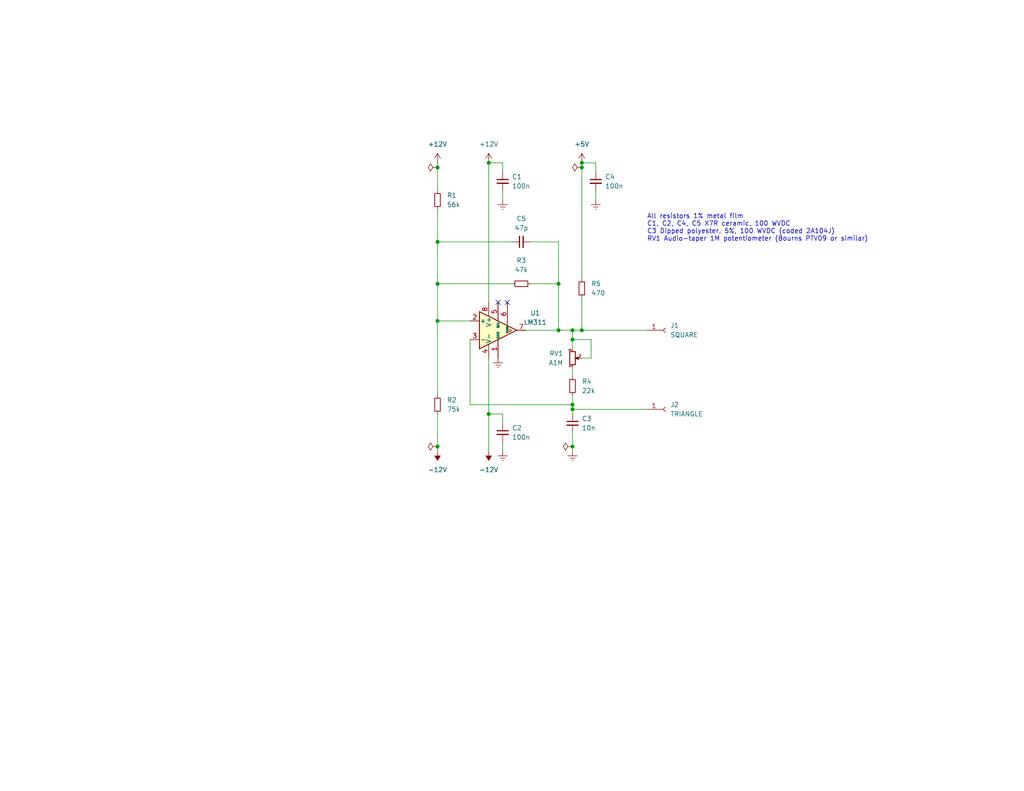
<source format=kicad_sch>
(kicad_sch (version 20211123) (generator eeschema)
  (paper "USLetter")
  (title_block (title "LM311 Schmitt Trigger Oscillator") (date "2024-03-17") (rev "B") (company "Kludges from Kevin's Cave") (comment 1 "Rev B: Component values RV1, R4, R5, C3 adjusted"))
  (lib_symbols
    (symbol "Comparator:LM311" (pin_names (offset 0.127))
      (property "Reference" "U" (at 3.81 6.35 0))
      (property "Value" "LM311" (at 3.81 3.81 0))
      (symbol "LM311_0_1"
        (polyline (pts (xy 5.08 0) (xy -5.08 5.08) (xy -5.08 -5.08) (xy 5.08 0)) (stroke (width 0.254)) (fill (type background)))
        (polyline (pts (xy 3.683 -0.381) (xy 3.302 -0.381) (xy 3.683 0) (xy 3.302 0.381) (xy 2.921 0) (xy 3.302 -0.381) (xy 2.921 -0.381)) (stroke (width 0.127)))
      )
      (symbol "LM311_1_1"
        (pin passive line (at 0 -7.62 90) (length 5.08) (name "GND") (number "1"))
        (pin input line (at -7.62 2.54 0) (length 2.54) (name "+") (number "2"))
        (pin input line (at -7.62 -2.54 0) (length 2.54) (name "-") (number "3"))
        (pin power_in line (at -2.54 -7.62 90) (length 3.81) (name "V-") (number "4"))
        (pin input line (at 0 7.62 270) (length 5.08) (name "BAL") (number "5"))
        (pin input line (at 2.54 7.62 270) (length 6.35) (name "STRB") (number "6"))
        (pin open_collector line (at 7.62 0 180) (length 2.54) (name "~") (number "7"))
        (pin power_in line (at -2.54 7.62 270) (length 3.81) (name "V+") (number "8"))
      )
    )
    (symbol "Connector:Conn_01x01_Female" (pin_names (offset 1.016) hide)
      (property "Reference" "J" (at 0 2.54 0))
      (property "Value" "Conn_01x01_Female" (at 0 -2.54 0))
      (symbol "Conn_01x01_Female_1_1"
        (polyline (pts (xy -1.27 0) (xy -0.508 0)) (stroke (width 0.1524)))
        (arc (start 0 0.508) (mid -0.508 0) (end 0 -0.508) (stroke (width 0.1524)))
        (pin passive line (at -5.08 0 0) (length 3.81) (name "Pin_1") (number "1"))
      )
    )
    (symbol "Device:C_Small" (pin_numbers hide) (pin_names (offset 0.254) hide)
      (property "Reference" "C" (at 0.254 1.778 0))
      (property "Value" "C_Small" (at 0.254 -2.032 0))
      (symbol "C_Small_0_1"
        (polyline (pts (xy -1.524 -0.508) (xy 1.524 -0.508)) (stroke (width 0.3302)))
        (polyline (pts (xy -1.524 0.508) (xy 1.524 0.508)) (stroke (width 0.3048)))
      )
      (symbol "C_Small_1_1"
        (pin passive line (at 0 2.54 270) (length 2.032) (name "~") (number "1"))
        (pin passive line (at 0 -2.54 90) (length 2.032) (name "~") (number "2"))
      )
    )
    (symbol "Device:R_Potentiometer_Small" (pin_names (offset 1.016) hide)
      (property "Reference" "RV" (at -4.445 0 90))
      (property "Value" "R_Potentiometer_Small" (at -2.54 0 90))
      (symbol "R_Potentiometer_Small_0_1"
        (polyline (pts (xy 0.889 0) (xy 0.635 0) (xy 1.651 0.381) (xy 1.651 -0.381) (xy 0.635 0) (xy 0.889 0)) (fill (type outline)))
        (rectangle (start 0.762 1.8034) (end -0.762 -1.8034) (stroke (width 0.254)))
      )
      (symbol "R_Potentiometer_Small_1_1"
        (pin passive line (at 0 2.54 270) (length 0.635) (name "1") (number "1"))
        (pin passive line (at 2.54 0 180) (length 0.9906) (name "2") (number "2"))
        (pin passive line (at 0 -2.54 90) (length 0.635) (name "3") (number "3"))
      )
    )
    (symbol "Device:R_Small" (pin_numbers hide) (pin_names (offset 0.254) hide)
      (property "Reference" "R" (at 0.762 0.508 0))
      (property "Value" "R_Small" (at 0.762 -1.016 0))
      (symbol "R_Small_0_1"
        (rectangle (start -0.762 1.778) (end 0.762 -1.778) (stroke (width 0.2032)))
      )
      (symbol "R_Small_1_1"
        (pin passive line (at 0 2.54 270) (length 0.762) (name "~") (number "1"))
        (pin passive line (at 0 -2.54 90) (length 0.762) (name "~") (number "2"))
      )
    )
    (symbol "power:+12V" (power) (pin_names (offset 0))
      (property "Value" "+12V" (at 0 3.556 0))
      (symbol "+12V_0_1"
        (polyline (pts (xy -0.762 1.27) (xy 0 2.54)))
        (polyline (pts (xy 0 0) (xy 0 2.54)))
        (polyline (pts (xy 0 2.54) (xy 0.762 1.27)))
      )
      (symbol "+12V_1_1"
        (pin power_in line (at 0 0 90) (length 0) hide (name "+12V") (number "1"))
      )
    )
    (symbol "power:+5V" (power) (pin_names (offset 0))
      (property "Value" "+5V" (at 0 3.556 0))
      (symbol "+5V_0_1"
        (polyline (pts (xy -0.762 1.27) (xy 0 2.54)))
        (polyline (pts (xy 0 0) (xy 0 2.54)))
        (polyline (pts (xy 0 2.54) (xy 0.762 1.27)))
      )
      (symbol "+5V_1_1"
        (pin power_in line (at 0 0 90) (length 0) hide (name "+5V") (number "1"))
      )
    )
    (symbol "power:-12V" (power) (pin_names (offset 0))
      (property "Value" "-12V" (at 0 3.81 0))
      (symbol "-12V_0_0"
        (pin power_in line (at 0 0 90) (length 0) hide (name "-12V") (number "1"))
      )
      (symbol "-12V_0_1"
        (polyline (pts (xy 0 0) (xy 0 1.27) (xy 0.762 1.27) (xy 0 2.54) (xy -0.762 1.27) (xy 0 1.27)) (fill (type outline)))
      )
    )
    (symbol "power:Earth" (power) (pin_names (offset 0))
      (symbol "Earth_0_1"
        (polyline (pts (xy -0.635 -1.905) (xy 0.635 -1.905)))
        (polyline (pts (xy -0.127 -2.54) (xy 0.127 -2.54)))
        (polyline (pts (xy 0 -1.27) (xy 0 0)))
        (polyline (pts (xy 1.27 -1.27) (xy -1.27 -1.27)))
      )
      (symbol "Earth_1_1"
        (pin power_in line (at 0 0 270) (length 0) hide (name "Earth") (number "1"))
      )
    )
    (symbol "power:PWR_FLAG" (power) (pin_numbers hide) (pin_names (offset 0) hide)
      (property "Value" "PWR_FLAG" (at 0 3.81 0))
      (symbol "PWR_FLAG_0_0"
        (pin power_out line (at 0 0 90) (length 0) (name "pwr") (number "1"))
      )
      (symbol "PWR_FLAG_0_1"
        (polyline (pts (xy 0 0) (xy 0 1.27) (xy -1.016 1.905) (xy 0 2.54) (xy 1.016 1.905) (xy 0 1.27)))
      )
    )
  )
  (junction (at 156.21 111.76))
  (junction (at 152.4 90.17))
  (junction (at 119.38 45.72))
  (junction (at 156.21 121.92))
  (junction (at 133.35 113.03))
  (junction (at 119.38 87.63))
  (junction (at 156.21 110.49))
  (junction (at 119.38 66.04))
  (junction (at 158.75 45.72))
  (junction (at 152.4 77.47))
  (junction (at 156.21 90.17))
  (junction (at 133.35 44.45))
  (junction (at 119.38 77.47))
  (junction (at 156.21 92.71))
  (junction (at 158.75 44.45))
  (junction (at 119.38 121.92))
  (junction (at 158.75 90.17))
  (no_connect (at 138.43 82.55))
  (no_connect (at 135.89 82.55))
  (wire (pts (xy 139.7 77.47) (xy 119.38 77.47)))
  (wire (pts (xy 119.38 66.04) (xy 119.38 77.47)))
  (wire (pts (xy 119.38 113.03) (xy 119.38 121.92)))
  (wire (pts (xy 143.51 90.17) (xy 152.4 90.17)))
  (wire (pts (xy 161.29 97.79) (xy 161.29 92.71)))
  (wire (pts (xy 156.21 100.33) (xy 156.21 102.87)))
  (wire (pts (xy 158.75 97.79) (xy 161.29 97.79)))
  (wire (pts (xy 156.21 107.95) (xy 156.21 110.49)))
  (wire (pts (xy 137.16 52.07) (xy 137.16 54.61)))
  (wire (pts (xy 156.21 90.17) (xy 158.75 90.17)))
  (wire (pts (xy 156.21 118.11) (xy 156.21 121.92)))
  (wire (pts (xy 119.38 87.63) (xy 119.38 107.95)))
  (wire (pts (xy 158.75 44.45) (xy 162.56 44.45)))
  (wire (pts (xy 119.38 77.47) (xy 119.38 87.63)))
  (wire (pts (xy 128.27 92.71) (xy 128.27 110.49)))
  (wire (pts (xy 158.75 45.72) (xy 158.75 76.2)))
  (wire (pts (xy 156.21 111.76) (xy 176.53 111.76)))
  (wire (pts (xy 156.21 110.49) (xy 156.21 111.76)))
  (wire (pts (xy 133.35 44.45) (xy 137.16 44.45)))
  (wire (pts (xy 133.35 97.79) (xy 133.35 113.03)))
  (wire (pts (xy 162.56 46.99) (xy 162.56 44.45)))
  (wire (pts (xy 158.75 81.28) (xy 158.75 90.17)))
  (wire (pts (xy 119.38 57.15) (xy 119.38 66.04)))
  (wire (pts (xy 156.21 111.76) (xy 156.21 113.03)))
  (wire (pts (xy 119.38 121.92) (xy 119.38 123.19)))
  (wire (pts (xy 137.16 120.65) (xy 137.16 123.19)))
  (wire (pts (xy 119.38 66.04) (xy 139.7 66.04)))
  (wire (pts (xy 156.21 92.71) (xy 156.21 95.25)))
  (wire (pts (xy 158.75 44.45) (xy 158.75 45.72)))
  (wire (pts (xy 119.38 44.45) (xy 119.38 45.72)))
  (wire (pts (xy 152.4 66.04) (xy 152.4 77.47)))
  (wire (pts (xy 133.35 113.03) (xy 133.35 123.19)))
  (wire (pts (xy 158.75 90.17) (xy 176.53 90.17)))
  (wire (pts (xy 156.21 90.17) (xy 156.21 92.71)))
  (wire (pts (xy 128.27 110.49) (xy 156.21 110.49)))
  (wire (pts (xy 119.38 87.63) (xy 128.27 87.63)))
  (wire (pts (xy 162.56 52.07) (xy 162.56 54.61)))
  (wire (pts (xy 144.78 66.04) (xy 152.4 66.04)))
  (wire (pts (xy 133.35 44.45) (xy 133.35 82.55)))
  (wire (pts (xy 156.21 92.71) (xy 161.29 92.71)))
  (wire (pts (xy 156.21 121.92) (xy 156.21 123.19)))
  (wire (pts (xy 137.16 46.99) (xy 137.16 44.45)))
  (wire (pts (xy 144.78 77.47) (xy 152.4 77.47)))
  (wire (pts (xy 137.16 115.57) (xy 137.16 113.03)))
  (wire (pts (xy 152.4 77.47) (xy 152.4 90.17)))
  (wire (pts (xy 133.35 113.03) (xy 137.16 113.03)))
  (wire (pts (xy 119.38 45.72) (xy 119.38 52.07)))
  (wire (pts (xy 152.4 90.17) (xy 156.21 90.17)))
  (text "All resistors 1% metal film\nC1, C2, C4, C5 X7R ceramic, 100 WVDC\nC3 Dipped polyester, 5%, 100 WVDC (coded 2A104J)\nRV1 Audio-taper 1M potentiometer (Bourns PTV09 or similar)" (at 176.53 66.04 0) (effects (font (size 1.27 1.27)) (justify left bottom)))
  (symbol (lib_id "power:Earth") (at 162.56 54.61 0) (unit 1)
    (property "Reference" "#PWR010" (effects hide))
    (property "Value" "Earth" (effects hide))
  )
  (symbol (lib_id "Device:R_Small") (at 142.24 77.47 90) (unit 1)
    (property "Reference" "R3" (at 142.24 71.12 90))
    (property "Value" "47k" (at 142.24 73.66 90))
  )
  (symbol (lib_id "Device:C_Small") (at 137.16 118.11 0) (unit 1)
    (property "Reference" "C2" (at 139.7 116.8462 0) (effects (justify left)))
    (property "Value" "100n" (at 139.7 119.3862 0) (effects (justify left)))
  )
  (symbol (lib_id "Connector:Conn_01x01_Female") (at 181.61 90.17 0) (unit 1)
    (property "Reference" "J1" (at 182.88 88.8999 0) (effects (justify left)))
    (property "Value" "SQUARE" (at 182.88 91.4399 0) (effects (justify left)))
  )
  (symbol (lib_id "power:Earth") (at 137.16 123.19 0) (unit 1)
    (property "Reference" "#PWR07" (effects hide))
    (property "Value" "Earth" (effects hide))
  )
  (symbol (lib_id "Connector:Conn_01x01_Female") (at 181.61 111.76 0) (unit 1)
    (property "Reference" "J2" (at 182.88 110.4899 0) (effects (justify left)))
    (property "Value" "TRIANGLE" (at 182.88 113.0299 0) (effects (justify left)))
  )
  (symbol (lib_id "power:Earth") (at 135.89 97.79 0) (unit 1)
    (property "Reference" "#PWR05" (effects hide))
    (property "Value" "Earth" (effects hide))
  )
  (symbol (lib_id "Device:R_Small") (at 156.21 105.41 0) (unit 1)
    (property "Reference" "R4" (at 158.75 104.1399 0) (effects (justify left)))
    (property "Value" "22k" (at 158.75 106.6799 0) (effects (justify left)))
  )
  (symbol (lib_id "power:-12V") (at 119.38 123.19 0) (mirror x) (unit 1)
    (property "Reference" "#PWR02" (effects hide))
    (property "Value" "-12V" (at 119.38 128.27 0))
  )
  (symbol (lib_id "power:Earth") (at 156.21 123.19 0) (unit 1)
    (property "Reference" "#PWR08" (effects hide))
    (property "Value" "Earth" (effects hide))
  )
  (symbol (lib_id "Device:R_Potentiometer_Small") (at 156.21 97.79 0) (mirror x) (unit 1)
    (property "Reference" "RV1" (at 153.67 96.5199 0) (effects (justify right)))
    (property "Value" "A1M" (at 153.67 99.0599 0) (effects (justify right)))
  )
  (symbol (lib_id "power:PWR_FLAG") (at 156.21 121.92 90) (unit 1)
    (property "Reference" "#FLG03" (effects hide))
    (property "Value" "PWR_FLAG" (effects hide))
  )
  (symbol (lib_id "power:Earth") (at 137.16 54.61 0) (unit 1)
    (property "Reference" "#PWR06" (effects hide))
    (property "Value" "Earth" (effects hide))
  )
  (symbol (lib_id "power:PWR_FLAG") (at 158.75 45.72 90) (unit 1)
    (property "Reference" "#FLG04" (effects hide))
    (property "Value" "PWR_FLAG" (effects hide))
  )
  (symbol (lib_id "Device:R_Small") (at 158.75 78.74 0) (unit 1)
    (property "Reference" "R5" (at 161.29 77.4699 0) (effects (justify left)))
    (property "Value" "470" (at 161.29 80.0099 0) (effects (justify left)))
  )
  (symbol (lib_id "Device:C_Small") (at 156.21 115.57 0) (unit 1)
    (property "Reference" "C3" (at 158.75 114.3062 0) (effects (justify left)))
    (property "Value" "10n" (at 158.75 116.8462 0) (effects (justify left)))
  )
  (symbol (lib_id "power:+12V") (at 119.38 44.45 0) (unit 1)
    (property "Reference" "#PWR01" (effects hide))
    (property "Value" "+12V" (at 119.38 39.37 0))
  )
  (symbol (lib_id "power:-12V") (at 133.35 123.19 0) (mirror x) (unit 1)
    (property "Reference" "#PWR04" (effects hide))
    (property "Value" "-12V" (at 133.35 128.27 0))
  )
  (symbol (lib_id "Comparator:LM311") (at 135.89 90.17 0) (unit 1)
    (property "Reference" "U1" (at 146.05 85.471 0))
    (property "Value" "LM311" (at 146.05 88.011 0))
    (property "Datasheet" "https://www.st.com/resource/en/datasheet/lm311.pdf" (effects hide))
  )
  (symbol (lib_id "power:PWR_FLAG") (at 119.38 121.92 90) (unit 1)
    (property "Reference" "#FLG02" (effects hide))
    (property "Value" "PWR_FLAG" (effects hide))
  )
  (symbol (lib_id "Device:R_Small") (at 119.38 110.49 0) (unit 1)
    (property "Reference" "R2" (at 121.92 109.2199 0) (effects (justify left)))
    (property "Value" "75k" (at 121.92 111.7599 0) (effects (justify left)))
  )
  (symbol (lib_id "Device:C_Small") (at 137.16 49.53 0) (unit 1)
    (property "Reference" "C1" (at 139.7 48.2662 0) (effects (justify left)))
    (property "Value" "100n" (at 139.7 50.8062 0) (effects (justify left)))
  )
  (symbol (lib_id "power:+5V") (at 158.75 44.45 0) (unit 1)
    (property "Reference" "#PWR09" (effects hide))
    (property "Value" "+5V" (at 158.75 39.37 0))
  )
  (symbol (lib_id "Device:C_Small") (at 162.56 49.53 0) (unit 1)
    (property "Reference" "C4" (at 165.1 48.2662 0) (effects (justify left)))
    (property "Value" "100n" (at 165.1 50.8062 0) (effects (justify left)))
  )
  (symbol (lib_id "power:PWR_FLAG") (at 119.38 45.72 90) (unit 1)
    (property "Reference" "#FLG01" (effects hide))
    (property "Value" "PWR_FLAG" (effects hide))
  )
  (symbol (lib_id "power:+12V") (at 133.35 44.45 0) (unit 1)
    (property "Reference" "#PWR03" (effects hide))
    (property "Value" "+12V" (at 133.35 39.37 0))
  )
  (symbol (lib_id "Device:R_Small") (at 119.38 54.61 0) (unit 1)
    (property "Reference" "R1" (at 121.92 53.3399 0) (effects (justify left)))
    (property "Value" "56k" (at 121.92 55.8799 0) (effects (justify left)))
  )
  (symbol (lib_id "Device:C_Small") (at 142.24 66.04 90) (unit 1)
    (property "Reference" "C5" (at 142.2463 59.69 90))
    (property "Value" "47p" (at 142.2463 62.23 90))
  )
)
</source>
